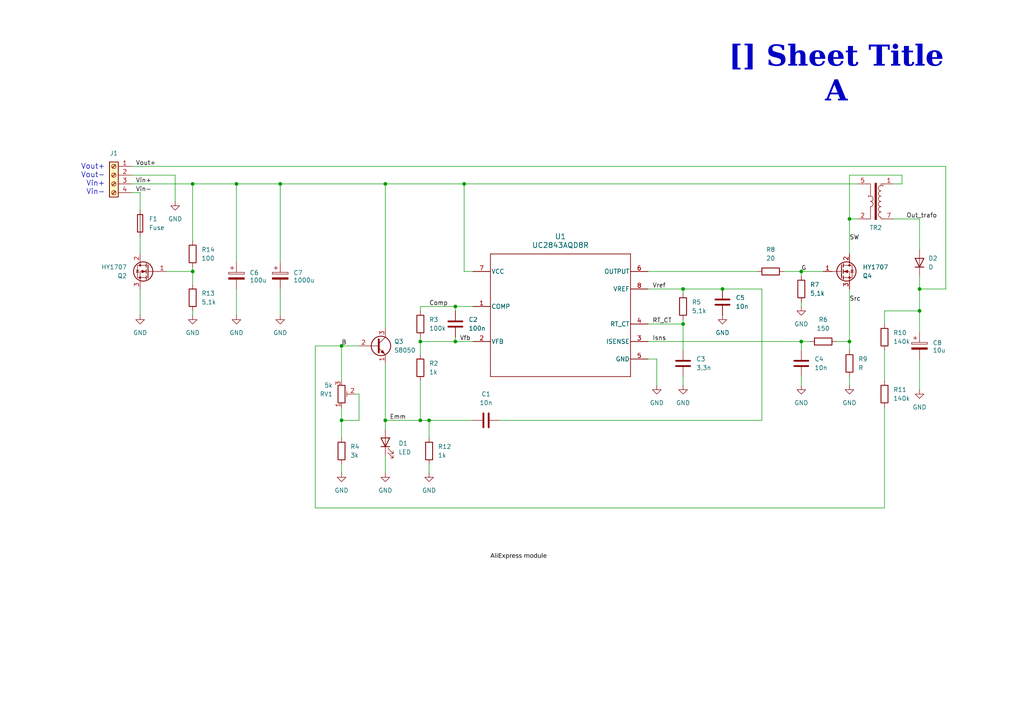
<source format=kicad_sch>
(kicad_sch (version 20250114) (generator "eeschema") (generator_version "9.0")
  (paper "A4")
  (title_block (title "Sheet Title A") (date "2025-01-12") (rev "${REVISION}") (company "${COMPANY}"))
  (lib_symbols
    (symbol "2025-12-06_19-11-20:UC2843AQD8R" (pin_names (offset 0.254))
      (property "Reference" "U" (at 0 2.54 0))
      (property "Value" "UC2843AQD8R" (at 0 0 0))
      (symbol "UC2843AQD8R_0_1"
        (polyline (pts (xy -20.32 17.78) (xy -20.32 -17.78)) (stroke (width 0.2032)))
        (polyline (pts (xy -20.32 -17.78) (xy 20.32 -17.78)) (stroke (width 0.2032)))
        (polyline (pts (xy 20.32 17.78) (xy -20.32 17.78)) (stroke (width 0.2032)))
        (polyline (pts (xy 20.32 -17.78) (xy 20.32 17.78)) (stroke (width 0.2032)))
        (pin power_in line (at -25.4 12.7 0) (length 5.08) (name "VCC") (number "7"))
        (pin output line (at -25.4 2.54 0) (length 5.08) (name "COMP") (number "1"))
        (pin input line (at -25.4 -7.62 0) (length 5.08) (name "VFB") (number "2"))
        (pin output line (at 25.4 12.7 180) (length 5.08) (name "OUTPUT") (number "6"))
        (pin power_in line (at 25.4 7.62 180) (length 5.08) (name "VREF") (number "8"))
        (pin input line (at 25.4 -2.54 180) (length 5.08) (name "RT_CT") (number "4"))
        (pin input line (at 25.4 -7.62 180) (length 5.08) (name "ISENSE") (number "3"))
        (pin power_in line (at 25.4 -12.7 180) (length 5.08) (name "GND") (number "5"))
      )
    )
    (symbol "Connector:Screw_Terminal_01x04" (pin_names (offset 1.016) (hide yes))
      (property "Reference" "J" (at 0 5.08 0))
      (property "Value" "Screw_Terminal_01x04" (at 0 -7.62 0))
      (symbol "Screw_Terminal_01x04_1_1"
        (rectangle (start -1.27 3.81) (end 1.27 -6.35) (stroke (width 0.254)) (fill (type background)))
        (polyline (pts (xy -0.5334 2.8702) (xy 0.3302 2.032)) (stroke (width 0.1524)))
        (polyline (pts (xy -0.5334 0.3302) (xy 0.3302 -0.508)) (stroke (width 0.1524)))
        (polyline (pts (xy -0.5334 -2.2098) (xy 0.3302 -3.048)) (stroke (width 0.1524)))
        (polyline (pts (xy -0.5334 -4.7498) (xy 0.3302 -5.588)) (stroke (width 0.1524)))
        (polyline (pts (xy -0.3556 3.048) (xy 0.508 2.2098)) (stroke (width 0.1524)))
        (polyline (pts (xy -0.3556 0.508) (xy 0.508 -0.3302)) (stroke (width 0.1524)))
        (polyline (pts (xy -0.3556 -2.032) (xy 0.508 -2.8702)) (stroke (width 0.1524)))
        (polyline (pts (xy -0.3556 -4.572) (xy 0.508 -5.4102)) (stroke (width 0.1524)))
        (circle (center 0 2.54) (radius 0.635) (stroke (width 0.1524)))
        (circle (center 0 0) (radius 0.635) (stroke (width 0.1524)))
        (circle (center 0 -2.54) (radius 0.635) (stroke (width 0.1524)))
        (circle (center 0 -5.08) (radius 0.635) (stroke (width 0.1524)))
        (pin passive line (at -5.08 2.54 0) (length 3.81) (name "Pin_1") (number "1"))
        (pin passive line (at -5.08 0 0) (length 3.81) (name "Pin_2") (number "2"))
        (pin passive line (at -5.08 -2.54 0) (length 3.81) (name "Pin_3") (number "3"))
        (pin passive line (at -5.08 -5.08 0) (length 3.81) (name "Pin_4") (number "4"))
      )
    )
    (symbol "Device:C" (pin_numbers (hide yes)) (pin_names (offset 0.254))
      (property "Reference" "C" (at 0.635 2.54 0))
      (property "Value" "C" (at 0.635 -2.54 0))
      (symbol "C_0_1"
        (polyline (pts (xy -2.032 0.762) (xy 2.032 0.762)) (stroke (width 0.508)))
        (polyline (pts (xy -2.032 -0.762) (xy 2.032 -0.762)) (stroke (width 0.508)))
      )
      (symbol "C_1_1"
        (pin passive line (at 0 3.81 270) (length 2.794) (name "~") (number "1"))
        (pin passive line (at 0 -3.81 90) (length 2.794) (name "~") (number "2"))
      )
    )
    (symbol "Device:C_Polarized" (pin_numbers (hide yes)) (pin_names (offset 0.254))
      (property "Reference" "C" (at 0.635 2.54 0))
      (property "Value" "C_Polarized" (at 0.635 -2.54 0))
      (symbol "C_Polarized_0_1"
        (rectangle (start -2.286 0.508) (end 2.286 1.016))
        (polyline (pts (xy -1.778 2.286) (xy -0.762 2.286)))
        (polyline (pts (xy -1.27 2.794) (xy -1.27 1.778)))
        (rectangle (start 2.286 -0.508) (end -2.286 -1.016) (fill (type outline)))
      )
      (symbol "C_Polarized_1_1"
        (pin passive line (at 0 3.81 270) (length 2.794) (name "~") (number "1"))
        (pin passive line (at 0 -3.81 90) (length 2.794) (name "~") (number "2"))
      )
    )
    (symbol "Device:D" (pin_numbers (hide yes)) (pin_names (offset 1.016) (hide yes))
      (property "Reference" "D" (at 0 2.54 0))
      (property "Value" "D" (at 0 -2.54 0))
      (symbol "D_0_1"
        (polyline (pts (xy -1.27 1.27) (xy -1.27 -1.27)) (stroke (width 0.254)))
        (polyline (pts (xy 1.27 1.27) (xy 1.27 -1.27) (xy -1.27 0) (xy 1.27 1.27)) (stroke (width 0.254)))
        (polyline (pts (xy 1.27 0) (xy -1.27 0)))
      )
      (symbol "D_1_1"
        (pin passive line (at -3.81 0 0) (length 2.54) (name "K") (number "1"))
        (pin passive line (at 3.81 0 180) (length 2.54) (name "A") (number "2"))
      )
    )
    (symbol "Device:Fuse" (pin_numbers (hide yes)) (pin_names (offset 0))
      (property "Reference" "F" (at 2.032 0 90))
      (property "Value" "Fuse" (at -1.905 0 90))
      (symbol "Fuse_0_1"
        (rectangle (start -0.762 -2.54) (end 0.762 2.54) (stroke (width 0.254)))
        (polyline (pts (xy 0 2.54) (xy 0 -2.54)))
      )
      (symbol "Fuse_1_1"
        (pin passive line (at 0 3.81 270) (length 1.27) (name "~") (number "1"))
        (pin passive line (at 0 -3.81 90) (length 1.27) (name "~") (number "2"))
      )
    )
    (symbol "Device:LED" (pin_numbers (hide yes)) (pin_names (offset 1.016) (hide yes))
      (property "Reference" "D" (at 0 2.54 0))
      (property "Value" "LED" (at 0 -2.54 0))
      (symbol "LED_0_1"
        (polyline (pts (xy -3.048 -0.762) (xy -4.572 -2.286) (xy -3.81 -2.286) (xy -4.572 -2.286) (xy -4.572 -1.524)))
        (polyline (pts (xy -1.778 -0.762) (xy -3.302 -2.286) (xy -2.54 -2.286) (xy -3.302 -2.286) (xy -3.302 -1.524)))
        (polyline (pts (xy -1.27 0) (xy 1.27 0)))
        (polyline (pts (xy -1.27 -1.27) (xy -1.27 1.27)) (stroke (width 0.254)))
        (polyline (pts (xy 1.27 -1.27) (xy 1.27 1.27) (xy -1.27 0) (xy 1.27 -1.27)) (stroke (width 0.254)))
      )
      (symbol "LED_1_1"
        (pin passive line (at -3.81 0 0) (length 2.54) (name "K") (number "1"))
        (pin passive line (at 3.81 0 180) (length 2.54) (name "A") (number "2"))
      )
    )
    (symbol "Device:R" (pin_numbers (hide yes)) (pin_names (offset 0))
      (property "Reference" "R" (at 2.032 0 90))
      (property "Value" "R" (at 0 0 90))
      (symbol "R_0_1"
        (rectangle (start -1.016 -2.54) (end 1.016 2.54) (stroke (width 0.254)))
      )
      (symbol "R_1_1"
        (pin passive line (at 0 3.81 270) (length 1.27) (name "~") (number "1"))
        (pin passive line (at 0 -3.81 90) (length 1.27) (name "~") (number "2"))
      )
    )
    (symbol "Device:R_Potentiometer_Trim" (pin_names (offset 1.016) (hide yes))
      (property "Reference" "RV" (at -4.445 0 90))
      (property "Value" "R_Potentiometer_Trim" (at -2.54 0 90))
      (symbol "R_Potentiometer_Trim_0_1"
        (rectangle (start 1.016 2.54) (end -1.016 -2.54) (stroke (width 0.254)))
        (polyline (pts (xy 1.524 0.762) (xy 1.524 -0.762)))
        (polyline (pts (xy 2.54 0) (xy 1.524 0)))
      )
      (symbol "R_Potentiometer_Trim_1_1"
        (pin passive line (at 0 3.81 270) (length 1.27) (name "1") (number "1"))
        (pin passive line (at 0 -3.81 90) (length 1.27) (name "3") (number "3"))
        (pin passive line (at 3.81 0 180) (length 1.27) (name "2") (number "2"))
      )
    )
    (symbol "Transistor_BJT:S8050" (pin_names (offset 0) (hide yes))
      (property "Reference" "Q" (at 5.08 1.905 0))
      (property "Value" "S8050" (at 5.08 0 0))
      (symbol "S8050_0_1"
        (polyline (pts (xy -2.54 0) (xy 0.635 0)))
        (polyline (pts (xy 0.635 1.905) (xy 0.635 -1.905)) (stroke (width 0.508)))
        (circle (center 1.27 0) (radius 2.8194) (stroke (width 0.254)))
      )
      (symbol "S8050_1_1"
        (polyline (pts (xy 0.635 0.635) (xy 2.54 2.54)))
        (polyline (pts (xy 0.635 -0.635) (xy 2.54 -2.54)))
        (polyline (pts (xy 1.27 -1.778) (xy 1.778 -1.27) (xy 2.286 -2.286) (xy 1.27 -1.778)) (fill (type outline)))
        (pin input line (at -5.08 0 0) (length 2.54) (name "B") (number "2"))
        (pin passive line (at 2.54 5.08 270) (length 2.54) (name "C") (number "3"))
        (pin passive line (at 2.54 -5.08 90) (length 2.54) (name "E") (number "1"))
      )
    )
    (symbol "Transistor_FET:Q_NMOS_GDS" (pin_names (offset 0) (hide yes))
      (property "Reference" "Q" (at 5.08 1.905 0))
      (property "Value" "Q_NMOS_GDS" (at 5.08 0 0))
      (symbol "Q_NMOS_GDS_0_1"
        (polyline (pts (xy 0.254 1.905) (xy 0.254 -1.905)) (stroke (width 0.254)))
        (polyline (pts (xy 0.254 0) (xy -2.54 0)))
        (polyline (pts (xy 0.762 2.286) (xy 0.762 1.27)) (stroke (width 0.254)))
        (polyline (pts (xy 0.762 0.508) (xy 0.762 -0.508)) (stroke (width 0.254)))
        (polyline (pts (xy 0.762 -1.27) (xy 0.762 -2.286)) (stroke (width 0.254)))
        (polyline (pts (xy 0.762 -1.778) (xy 3.302 -1.778) (xy 3.302 1.778) (xy 0.762 1.778)))
        (polyline (pts (xy 1.016 0) (xy 2.032 0.381) (xy 2.032 -0.381) (xy 1.016 0)) (fill (type outline)))
        (circle (center 1.651 0) (radius 2.794) (stroke (width 0.254)))
        (polyline (pts (xy 2.54 2.54) (xy 2.54 1.778)))
        (circle (center 2.54 1.778) (radius 0.254) (fill (type outline)))
        (circle (center 2.54 -1.778) (radius 0.254) (fill (type outline)))
        (polyline (pts (xy 2.54 -2.54) (xy 2.54 0) (xy 0.762 0)))
        (polyline (pts (xy 2.921 0.381) (xy 3.683 0.381)))
        (polyline (pts (xy 3.302 0.381) (xy 2.921 -0.254) (xy 3.683 -0.254) (xy 3.302 0.381)))
      )
      (symbol "Q_NMOS_GDS_1_1"
        (pin input line (at -5.08 0 0) (length 2.54) (name "G") (number "1"))
        (pin passive line (at 2.54 5.08 270) (length 2.54) (name "D") (number "2"))
        (pin passive line (at 2.54 -5.08 90) (length 2.54) (name "S") (number "3"))
      )
    )
    (symbol "personal:TR_12to450V_alixp"
      (property "Reference" "TR" (at 0 8.382 0))
      (symbol "TR_12to450V_alixp_0_1"
        (polyline (pts (xy -2.54 -5.08) (xy -1.524 -5.08) (xy -1.524 -1.524)) (stroke (width 0.1524)))
        (circle (center -2.032 1.524) (radius 0.127))
        (polyline (pts (xy -1.524 1.524) (xy -1.524 5.08) (xy -2.54 5.08)) (stroke (width 0.1524)))
        (rectangle (start 0.254 5.334) (end -0.254 -5.334) (stroke (width 0.0254)) (fill (type outline)))
        (polyline (pts (xy 1.524 4.572) (xy 1.524 5.08) (xy 2.54 5.08)))
        (polyline (pts (xy 1.524 -4.572) (xy 1.524 -5.08) (xy 2.54 -5.08)))
        (circle (center 2.032 4.572) (radius 0.127))
      )
      (symbol "TR_12to450V_alixp_1_1"
        (arc (start -1.524 1.524) (mid -0.7653 0.762) (end -1.524 0) (stroke (width 0.1524)))
        (arc (start -1.524 0) (mid -0.7653 -0.762) (end -1.524 -1.524) (stroke (width 0.1524)))
        (arc (start 1.524 3.048) (mid 0.7653 3.81) (end 1.524 4.572) (stroke (width 0.1524)))
        (arc (start 1.524 1.524) (mid 0.7653 2.286) (end 1.524 3.048) (stroke (width 0.1524)))
        (arc (start 1.524 0) (mid 0.7653 0.762) (end 1.524 1.524) (stroke (width 0.1524)))
        (arc (start 1.524 -1.524) (mid 0.7653 -0.762) (end 1.524 0) (stroke (width 0.1524)))
        (arc (start 1.524 -3.048) (mid 0.7653 -2.286) (end 1.524 -1.524) (stroke (width 0.1524)))
        (arc (start 1.524 -4.572) (mid 0.7653 -3.81) (end 1.524 -3.048) (stroke (width 0.1524)))
        (pin passive line (at -5.08 5.08 0) (length 2.54) (name "~") (number "5"))
        (pin passive line (at -5.08 -5.08 0) (length 2.54) (name "~") (number "2"))
        (pin passive line (at 5.08 5.08 180) (length 2.54) (name "~") (number "1"))
        (pin passive line (at 5.08 -5.08 180) (length 2.54) (name "~") (number "7"))
      )
    )
    (symbol "power:GND" (power) (pin_numbers (hide yes)) (pin_names (offset 0) (hide yes))
      (property "Value" "GND" (at 0 -3.81 0))
      (symbol "GND_0_1"
        (polyline (pts (xy 0 0) (xy 0 -1.27) (xy 1.27 -1.27) (xy 0 -2.54) (xy -1.27 -1.27) (xy 0 -1.27)))
      )
      (symbol "GND_1_1"
        (pin power_in line (at 0 0 270) (length 0) (name "~") (number "1"))
      )
    )
  )
  (text "Vout+\nVout-\nVin+\nVin-" (at 30.48 52.07 0) (effects (font (size 1.524 1.524)) (justify right)))
  (text "AliExpress module" (at 142.24 162.56 0) (effects (font (size 1.27 1.27)) (justify left bottom)))
  (text_box "[${#}] ${TITLE}" (at 203.2 15.24 0) (size 78.74 12.7) (margins 4.4999 4.4999 4.4999 4.4999) (stroke (width -0.0001)) (effects (font (size 6 6) (thickness 1.2) (bold yes))))
  (junction (at 55.88 53.34))
  (junction (at 209.55 83.82))
  (junction (at 55.88 78.74))
  (junction (at 99.06 121.92))
  (junction (at 99.06 100.33))
  (junction (at 111.76 53.34))
  (junction (at 134.62 53.34))
  (junction (at 132.08 88.9))
  (junction (at 81.28 53.34))
  (junction (at 232.41 99.06))
  (junction (at 124.46 121.92))
  (junction (at 132.08 99.06))
  (junction (at 266.7 90.17))
  (junction (at 68.58 53.34))
  (junction (at 121.92 121.92))
  (junction (at 246.38 99.06))
  (junction (at 266.7 83.82))
  (junction (at 198.12 93.98))
  (junction (at 111.76 121.92))
  (junction (at 198.12 83.82))
  (junction (at 232.41 78.74))
  (junction (at 246.38 63.5))
  (junction (at 121.92 99.06))
  (wire (pts (xy 256.54 93.98) (xy 256.54 90.17)))
  (wire (pts (xy 132.08 88.9) (xy 132.08 90.17)))
  (wire (pts (xy 248.92 63.5) (xy 246.38 63.5)))
  (wire (pts (xy 99.06 134.62) (xy 99.06 137.16)))
  (wire (pts (xy 91.44 100.33) (xy 99.06 100.33)))
  (wire (pts (xy 246.38 50.8) (xy 261.62 50.8)))
  (wire (pts (xy 234.95 99.06) (xy 232.41 99.06)))
  (wire (pts (xy 259.08 63.5) (xy 266.7 63.5)))
  (wire (pts (xy 134.62 53.34) (xy 248.92 53.34)))
  (wire (pts (xy 68.58 53.34) (xy 68.58 76.2)))
  (wire (pts (xy 232.41 99.06) (xy 232.41 101.6)))
  (wire (pts (xy 198.12 111.76) (xy 198.12 109.22)))
  (wire (pts (xy 132.08 99.06) (xy 132.08 97.79)))
  (wire (pts (xy 134.62 53.34) (xy 134.62 78.74)))
  (wire (pts (xy 55.88 53.34) (xy 68.58 53.34)))
  (wire (pts (xy 266.7 90.17) (xy 266.7 96.52)))
  (wire (pts (xy 91.44 147.32) (xy 256.54 147.32)))
  (wire (pts (xy 198.12 83.82) (xy 209.55 83.82)))
  (wire (pts (xy 232.41 80.01) (xy 232.41 78.74)))
  (wire (pts (xy 111.76 121.92) (xy 121.92 121.92)))
  (wire (pts (xy 190.5 104.14) (xy 190.5 111.76)))
  (wire (pts (xy 99.06 100.33) (xy 99.06 110.49)))
  (wire (pts (xy 256.54 90.17) (xy 266.7 90.17)))
  (wire (pts (xy 55.88 53.34) (xy 55.88 69.85)))
  (wire (pts (xy 99.06 100.33) (xy 104.14 100.33)))
  (wire (pts (xy 104.14 114.3) (xy 104.14 121.92)))
  (wire (pts (xy 246.38 109.22) (xy 246.38 111.76)))
  (wire (pts (xy 259.08 53.34) (xy 261.62 53.34)))
  (wire (pts (xy 187.96 78.74) (xy 219.71 78.74)))
  (wire (pts (xy 256.54 110.49) (xy 256.54 101.6)))
  (wire (pts (xy 246.38 99.06) (xy 246.38 101.6)))
  (wire (pts (xy 121.92 90.17) (xy 121.92 88.9)))
  (wire (pts (xy 48.26 78.74) (xy 55.88 78.74)))
  (wire (pts (xy 187.96 99.06) (xy 232.41 99.06)))
  (wire (pts (xy 50.8 50.8) (xy 38.1 50.8)))
  (wire (pts (xy 40.64 83.82) (xy 40.64 91.44)))
  (wire (pts (xy 50.8 58.42) (xy 50.8 50.8)))
  (wire (pts (xy 40.64 55.88) (xy 40.64 60.96)))
  (wire (pts (xy 121.92 110.49) (xy 121.92 121.92)))
  (wire (pts (xy 68.58 83.82) (xy 68.58 91.44)))
  (wire (pts (xy 232.41 109.22) (xy 232.41 111.76)))
  (wire (pts (xy 256.54 147.32) (xy 256.54 118.11)))
  (wire (pts (xy 144.78 121.92) (xy 220.98 121.92)))
  (wire (pts (xy 187.96 83.82) (xy 198.12 83.82)))
  (wire (pts (xy 121.92 99.06) (xy 132.08 99.06)))
  (wire (pts (xy 242.57 99.06) (xy 246.38 99.06)))
  (wire (pts (xy 227.33 78.74) (xy 232.41 78.74)))
  (wire (pts (xy 124.46 121.92) (xy 124.46 127)))
  (wire (pts (xy 99.06 121.92) (xy 99.06 127)))
  (wire (pts (xy 111.76 121.92) (xy 111.76 124.46)))
  (wire (pts (xy 198.12 93.98) (xy 187.96 93.98)))
  (wire (pts (xy 38.1 55.88) (xy 40.64 55.88)))
  (wire (pts (xy 68.58 53.34) (xy 81.28 53.34)))
  (wire (pts (xy 187.96 104.14) (xy 190.5 104.14)))
  (wire (pts (xy 81.28 53.34) (xy 111.76 53.34)))
  (wire (pts (xy 134.62 78.74) (xy 137.16 78.74)))
  (wire (pts (xy 104.14 121.92) (xy 99.06 121.92)))
  (wire (pts (xy 99.06 118.11) (xy 99.06 121.92)))
  (wire (pts (xy 137.16 88.9) (xy 132.08 88.9)))
  (wire (pts (xy 111.76 132.08) (xy 111.76 137.16)))
  (wire (pts (xy 274.32 48.26) (xy 274.32 83.82)))
  (wire (pts (xy 220.98 83.82) (xy 220.98 121.92)))
  (wire (pts (xy 198.12 85.09) (xy 198.12 83.82)))
  (wire (pts (xy 111.76 53.34) (xy 134.62 53.34)))
  (wire (pts (xy 55.88 77.47) (xy 55.88 78.74)))
  (wire (pts (xy 55.88 90.17) (xy 55.88 91.44)))
  (wire (pts (xy 274.32 83.82) (xy 266.7 83.82)))
  (wire (pts (xy 81.28 53.34) (xy 81.28 76.2)))
  (wire (pts (xy 121.92 97.79) (xy 121.92 99.06)))
  (wire (pts (xy 121.92 99.06) (xy 121.92 102.87)))
  (wire (pts (xy 246.38 63.5) (xy 246.38 73.66)))
  (wire (pts (xy 121.92 121.92) (xy 124.46 121.92)))
  (wire (pts (xy 38.1 48.26) (xy 274.32 48.26)))
  (wire (pts (xy 38.1 53.34) (xy 55.88 53.34)))
  (wire (pts (xy 209.55 83.82) (xy 220.98 83.82)))
  (wire (pts (xy 55.88 78.74) (xy 55.88 82.55)))
  (wire (pts (xy 111.76 105.41) (xy 111.76 121.92)))
  (wire (pts (xy 198.12 92.71) (xy 198.12 93.98)))
  (wire (pts (xy 81.28 83.82) (xy 81.28 91.44)))
  (wire (pts (xy 266.7 80.01) (xy 266.7 83.82)))
  (wire (pts (xy 246.38 63.5) (xy 246.38 50.8)))
  (wire (pts (xy 137.16 99.06) (xy 132.08 99.06)))
  (wire (pts (xy 124.46 134.62) (xy 124.46 137.16)))
  (wire (pts (xy 261.62 50.8) (xy 261.62 53.34)))
  (wire (pts (xy 266.7 83.82) (xy 266.7 90.17)))
  (wire (pts (xy 91.44 147.32) (xy 91.44 100.33)))
  (wire (pts (xy 111.76 53.34) (xy 111.76 95.25)))
  (wire (pts (xy 232.41 87.63) (xy 232.41 88.9)))
  (wire (pts (xy 266.7 104.14) (xy 266.7 113.03)))
  (wire (pts (xy 124.46 121.92) (xy 137.16 121.92)))
  (wire (pts (xy 246.38 83.82) (xy 246.38 99.06)))
  (wire (pts (xy 198.12 93.98) (xy 198.12 101.6)))
  (wire (pts (xy 121.92 88.9) (xy 132.08 88.9)))
  (wire (pts (xy 238.76 78.74) (xy 232.41 78.74)))
  (wire (pts (xy 40.64 68.58) (xy 40.64 73.66)))
  (wire (pts (xy 266.7 63.5) (xy 266.7 72.39)))
  (wire (pts (xy 102.87 114.3) (xy 104.14 114.3)))
  (label "Vin+" (at 39.37 53.34 0))
  (label "Vref" (at 189.23 83.82 0))
  (label "RT_CT" (at 189.23 93.98 0))
  (label "Comp" (at 124.46 88.9 0))
  (label "Emm" (at 113.03 121.92 0))
  (label "SW" (at 246.38 69.85 0))
  (label "Vin-" (at 39.37 55.88 0))
  (label "Vout+" (at 39.37 48.26 0))
  (label "B" (at 99.06 100.33 0))
  (label "Vfb" (at 133.35 99.06 0))
  (label "Isns" (at 189.23 99.06 0))
  (label "Out_trafo" (at 262.89 63.5 0))
  (label "G" (at 232.41 78.74 0))
  (label "Src" (at 246.38 87.63 0))
  (symbol (lib_id "power:GND") (at 50.8 58.42 0) (unit 1)
    (property "Reference" "#PWR01" (effects (hide yes)))
    (property "Value" "GND" (at 50.8 63.5 0))
    (property "Description" "Power symbol creates a global label with name \"GND\" , ground" (effects (hide yes)))
  )
  (symbol (lib_id "personal:TR_12to450V_alixp") (at 254 58.42 0) (unit 1)
    (property "Reference" "TR2" (at 254 66.04 0))
    (property "Footprint" "Personal:Tr12to450V_Alixp" (effects (hide yes)))
  )
  (symbol (lib_id "Device:C_Polarized") (at 81.28 80.01 0) (unit 1)
    (property "Reference" "C7" (at 85.09 79.1209 0) (effects (justify left)))
    (property "Value" "1000u" (at 85.09 81.28 0) (effects (justify left)))
    (property "Footprint" "Capacitor_THT:CP_Radial_D10.0mm_P5.00mm" (effects (hide yes)))
    (property "Description" "Polarized capacitor" (effects (hide yes)))
  )
  (symbol (lib_id "power:GND") (at 232.41 111.76 0) (unit 1)
    (property "Reference" "#PWR023" (effects (hide yes)))
    (property "Value" "GND" (at 232.41 116.84 0))
    (property "Description" "Power symbol creates a global label with name \"GND\" , ground" (effects (hide yes)))
  )
  (symbol (lib_id "power:GND") (at 246.38 111.76 0) (unit 1)
    (property "Reference" "#PWR024" (effects (hide yes)))
    (property "Value" "GND" (at 246.38 116.84 0))
    (property "Description" "Power symbol creates a global label with name \"GND\" , ground" (effects (hide yes)))
  )
  (symbol (lib_id "Device:R") (at 232.41 83.82 0) (unit 1)
    (property "Reference" "R7" (at 234.95 82.5499 0) (effects (justify left)))
    (property "Value" "5,1k" (at 234.95 85.0899 0) (effects (justify left)))
    (property "Footprint" "Resistor_THT:R_Axial_DIN0207_L6.3mm_D2.5mm_P7.62mm_Horizontal" (effects (hide yes)))
    (property "Description" "Resistor" (effects (hide yes)))
  )
  (symbol (lib_id "Device:C") (at 132.08 93.98 0) (unit 1)
    (property "Reference" "C2" (at 135.89 92.7099 0) (effects (justify left)))
    (property "Value" "100n" (at 135.89 95.2499 0) (effects (justify left)))
    (property "Footprint" "Capacitor_THT:C_Disc_D4.3mm_W1.9mm_P5.00mm" (effects (hide yes)))
    (property "Description" "Unpolarized capacitor" (effects (hide yes)))
  )
  (symbol (lib_id "Transistor_BJT:S8050") (at 109.22 100.33 0) (unit 1)
    (property "Reference" "Q3" (at 114.3 99.0599 0) (effects (justify left)))
    (property "Value" "S8050" (at 114.3 101.5999 0) (effects (justify left)))
    (property "Footprint" "Package_TO_SOT_THT:TO-92_Inline_Wide" (effects (hide yes)))
    (property "Datasheet" "http://www.unisonic.com.tw/datasheet/S8050.pdf" (effects (hide yes)))
    (property "Description" "0.7A Ic, 20V Vce, Low Voltage High Current NPN Transistor, TO-92" (effects (hide yes)))
  )
  (symbol (lib_id "Device:R") (at 256.54 97.79 180) (unit 1)
    (property "Reference" "R10" (at 259.08 96.5199 0) (effects (justify right)))
    (property "Value" "140k" (at 259.08 99.0599 0) (effects (justify right)))
    (property "Footprint" "Resistor_THT:R_Axial_DIN0309_L9.0mm_D3.2mm_P12.70mm_Horizontal" (effects (hide yes)))
    (property "Description" "Resistor" (effects (hide yes)))
  )
  (symbol (lib_id "Device:LED") (at 111.76 128.27 90) (unit 1)
    (property "Reference" "D1" (at 115.57 128.5874 90) (effects (justify right)))
    (property "Value" "LED" (at 115.57 131.1274 90) (effects (justify right)))
    (property "Footprint" "LED_THT:LED_D3.0mm" (effects (hide yes)))
    (property "Description" "Light emitting diode" (effects (hide yes)))
    (property "Sim.Pins" "1=K 2=A" (effects (hide yes)))
  )
  (symbol (lib_id "Transistor_FET:Q_NMOS_GDS") (at 43.18 78.74 0) (mirror y) (unit 1)
    (property "Reference" "Q2" (at 36.83 80.0101 0) (effects (justify left)))
    (property "Value" "HY1707" (at 36.83 77.4701 0) (effects (justify left)))
    (property "Footprint" "Package_TO_SOT_THT:TO-220F-3_Vertical" (effects (hide yes)))
    (property "Description" "N-MOSFET transistor, gate/drain/source" (effects (hide yes)))
  )
  (symbol (lib_id "2025-12-06_19-11-20:UC2843AQD8R") (at 162.56 91.44 0) (unit 1)
    (property "Reference" "U1" (at 162.56 68.58 0) (effects (font (size 1.524 1.524))))
    (property "Value" "UC2843AQD8R" (at 162.56 71.12 0) (effects (font (size 1.524 1.524))))
    (property "Footprint" "Package_DIP:DIP-8_W7.62mm" (effects (hide yes)))
    (property "Datasheet" "https://www.ti.com/lit/gpn/uc2843aq" (effects (hide yes)))
  )
  (symbol (lib_id "Device:R") (at 198.12 88.9 180) (unit 1)
    (property "Reference" "R5" (at 200.66 87.6299 0) (effects (justify right)))
    (property "Value" "5,1k" (at 200.66 90.1699 0) (effects (justify right)))
    (property "Footprint" "Resistor_THT:R_Axial_DIN0207_L6.3mm_D2.5mm_P7.62mm_Horizontal" (effects (hide yes)))
    (property "Description" "Resistor" (effects (hide yes)))
  )
  (symbol (lib_id "Transistor_FET:Q_NMOS_GDS") (at 243.84 78.74 0) (unit 1)
    (property "Reference" "Q4" (at 250.19 80.0101 0) (effects (justify left)))
    (property "Value" "HY1707" (at 250.19 77.4701 0) (effects (justify left)))
    (property "Footprint" "Package_TO_SOT_THT:TO-220F-3_Vertical" (effects (hide yes)))
    (property "Description" "N-MOSFET transistor, gate/drain/source" (effects (hide yes)))
  )
  (symbol (lib_id "Device:R") (at 256.54 114.3 180) (unit 1)
    (property "Reference" "R11" (at 259.08 113.0299 0) (effects (justify right)))
    (property "Value" "140k" (at 259.08 115.5699 0) (effects (justify right)))
    (property "Footprint" "Resistor_THT:R_Axial_DIN0309_L9.0mm_D3.2mm_P12.70mm_Horizontal" (effects (hide yes)))
    (property "Description" "Resistor" (effects (hide yes)))
  )
  (symbol (lib_id "Device:C") (at 140.97 121.92 90) (unit 1)
    (property "Reference" "C1" (at 140.97 114.3 90))
    (property "Value" "10n" (at 140.97 116.84 90))
    (property "Footprint" "Capacitor_THT:C_Rect_L7.0mm_W2.0mm_P5.00mm" (effects (hide yes)))
    (property "Description" "Unpolarized capacitor" (effects (hide yes)))
  )
  (symbol (lib_id "power:GND") (at 99.06 137.16 0) (unit 1)
    (property "Reference" "#PWR026" (effects (hide yes)))
    (property "Value" "GND" (at 99.06 142.24 0))
    (property "Description" "Power symbol creates a global label with name \"GND\" , ground" (effects (hide yes)))
  )
  (symbol (lib_id "Connector:Screw_Terminal_01x04") (at 33.02 50.8 0) (mirror y) (unit 1)
    (property "Reference" "J1" (at 33.02 44.45 0))
    (property "Value" "Screw_Terminal_01x04" (effects (hide yes)))
    (property "Footprint" "TerminalBlock:TerminalBlock_MaiXu_MX126-5.0-04P_1x04_P5.00mm" (effects (hide yes)))
    (property "Description" "Generic screw terminal, single row, 01x04, script generated (kicad-library-utils/schlib/autogen/connector/)" (effects (hide yes)))
  )
  (symbol (lib_id "Device:C") (at 232.41 105.41 0) (unit 1)
    (property "Reference" "C4" (at 236.22 104.1399 0) (effects (justify left)))
    (property "Value" "10n" (at 236.22 106.6799 0) (effects (justify left)))
    (property "Footprint" "Capacitor_THT:C_Rect_L7.0mm_W2.0mm_P5.00mm" (effects (hide yes)))
    (property "Description" "Unpolarized capacitor" (effects (hide yes)))
  )
  (symbol (lib_id "Device:R") (at 124.46 130.81 0) (unit 1)
    (property "Reference" "R12" (at 127 129.5399 0) (effects (justify left)))
    (property "Value" "1k" (at 127 132.0799 0) (effects (justify left)))
    (property "Footprint" "Resistor_THT:R_Axial_DIN0207_L6.3mm_D2.5mm_P7.62mm_Horizontal" (effects (hide yes)))
    (property "Description" "Resistor" (effects (hide yes)))
  )
  (symbol (lib_id "power:GND") (at 111.76 137.16 0) (unit 1)
    (property "Reference" "#PWR027" (effects (hide yes)))
    (property "Value" "GND" (at 111.76 142.24 0))
    (property "Description" "Power symbol creates a global label with name \"GND\" , ground" (effects (hide yes)))
  )
  (symbol (lib_id "Device:C_Polarized") (at 266.7 100.33 0) (unit 1)
    (property "Reference" "C8" (at 270.51 99.4409 0) (effects (justify left)))
    (property "Value" "10u" (at 270.51 101.6 0) (effects (justify left)))
    (property "Footprint" "Capacitor_THT:CP_Radial_D10.0mm_P5.00mm" (effects (hide yes)))
    (property "Description" "Polarized capacitor" (effects (hide yes)))
  )
  (symbol (lib_id "Device:R") (at 223.52 78.74 90) (unit 1)
    (property "Reference" "R8" (at 223.52 72.39 90))
    (property "Value" "20" (at 223.52 74.93 90))
    (property "Footprint" "Resistor_THT:R_Axial_DIN0207_L6.3mm_D2.5mm_P7.62mm_Horizontal" (effects (hide yes)))
    (property "Description" "Resistor" (effects (hide yes)))
  )
  (symbol (lib_id "power:GND") (at 81.28 91.44 0) (unit 1)
    (property "Reference" "#PWR020" (effects (hide yes)))
    (property "Value" "GND" (at 81.28 96.52 0))
    (property "Description" "Power symbol creates a global label with name \"GND\" , ground" (effects (hide yes)))
  )
  (symbol (lib_id "Device:Fuse") (at 40.64 64.77 0) (unit 1)
    (property "Reference" "F1" (at 43.18 63.4999 0) (effects (justify left)))
    (property "Value" "Fuse" (at 43.18 66.0399 0) (effects (justify left)))
    (property "Footprint" "Fuse:Fuseholder_Clip-5x20mm_Eaton_1A5601-01_Inline_P20.80x6.76mm_D1.70mm_Horizontal" (effects (hide yes)))
    (property "Description" "Fuse" (effects (hide yes)))
  )
  (symbol (lib_id "Device:R") (at 121.92 106.68 0) (unit 1)
    (property "Reference" "R2" (at 124.46 105.4099 0) (effects (justify left)))
    (property "Value" "1k" (at 124.46 107.9499 0) (effects (justify left)))
    (property "Footprint" "Resistor_THT:R_Axial_DIN0207_L6.3mm_D2.5mm_P7.62mm_Horizontal" (effects (hide yes)))
    (property "Description" "Resistor" (effects (hide yes)))
  )
  (symbol (lib_id "power:GND") (at 40.64 91.44 0) (unit 1)
    (property "Reference" "#PWR017" (effects (hide yes)))
    (property "Value" "GND" (at 40.64 96.52 0))
    (property "Description" "Power symbol creates a global label with name \"GND\" , ground" (effects (hide yes)))
  )
  (symbol (lib_id "Device:R") (at 238.76 99.06 90) (unit 1)
    (property "Reference" "R6" (at 238.76 92.71 90))
    (property "Value" "150" (at 238.76 95.25 90))
    (property "Footprint" "Resistor_THT:R_Axial_DIN0309_L9.0mm_D3.2mm_P12.70mm_Horizontal" (effects (hide yes)))
    (property "Description" "Resistor" (effects (hide yes)))
  )
  (symbol (lib_id "power:GND") (at 190.5 111.76 0) (unit 1)
    (property "Reference" "#PWR021" (effects (hide yes)))
    (property "Value" "GND" (at 190.5 116.84 0))
    (property "Description" "Power symbol creates a global label with name \"GND\" , ground" (effects (hide yes)))
  )
  (symbol (lib_id "Device:C") (at 209.55 87.63 0) (unit 1)
    (property "Reference" "C5" (at 213.36 86.3599 0) (effects (justify left)))
    (property "Value" "10n" (at 213.36 88.8999 0) (effects (justify left)))
    (property "Footprint" "Capacitor_THT:C_Rect_L7.0mm_W2.0mm_P5.00mm" (effects (hide yes)))
    (property "Description" "Unpolarized capacitor" (effects (hide yes)))
  )
  (symbol (lib_id "power:GND") (at 266.7 113.03 0) (unit 1)
    (property "Reference" "#PWR025" (effects (hide yes)))
    (property "Value" "GND" (at 266.7 118.11 0))
    (property "Description" "Power symbol creates a global label with name \"GND\" , ground" (effects (hide yes)))
  )
  (symbol (lib_id "power:GND") (at 232.41 88.9 0) (unit 1)
    (property "Reference" "#PWR02" (effects (hide yes)))
    (property "Value" "GND" (at 232.41 93.98 0))
    (property "Description" "Power symbol creates a global label with name \"GND\" , ground" (effects (hide yes)))
  )
  (symbol (lib_id "power:GND") (at 68.58 91.44 0) (unit 1)
    (property "Reference" "#PWR019" (effects (hide yes)))
    (property "Value" "GND" (at 68.58 96.52 0))
    (property "Description" "Power symbol creates a global label with name \"GND\" , ground" (effects (hide yes)))
  )
  (symbol (lib_id "Device:R") (at 246.38 105.41 0) (unit 1)
    (property "Reference" "R9" (at 248.92 104.1399 0) (effects (justify left)))
    (property "Value" "R" (at 248.92 106.6799 0) (effects (justify left)))
    (property "Footprint" "Resistor_THT:R_Axial_DIN0309_L9.0mm_D3.2mm_P15.24mm_Horizontal" (effects (hide yes)))
    (property "Description" "Resistor" (effects (hide yes)))
  )
  (symbol (lib_id "Device:C_Polarized") (at 68.58 80.01 0) (unit 1)
    (property "Reference" "C6" (at 72.39 79.1209 0) (effects (justify left)))
    (property "Value" "100u" (at 72.39 81.28 0) (effects (justify left)))
    (property "Footprint" "Capacitor_THT:CP_Radial_D8.0mm_P3.50mm" (effects (hide yes)))
    (property "Description" "Polarized capacitor" (effects (hide yes)))
  )
  (symbol (lib_id "Device:R") (at 99.06 130.81 0) (unit 1)
    (property "Reference" "R4" (at 101.6 129.5399 0) (effects (justify left)))
    (property "Value" "3k" (at 101.6 132.0799 0) (effects (justify left)))
    (property "Footprint" "Resistor_THT:R_Axial_DIN0207_L6.3mm_D2.5mm_P7.62mm_Horizontal" (effects (hide yes)))
    (property "Description" "Resistor" (effects (hide yes)))
  )
  (symbol (lib_id "power:GND") (at 209.55 91.44 0) (unit 1)
    (property "Reference" "#PWR016" (effects (hide yes)))
    (property "Value" "GND" (at 209.55 96.52 0))
    (property "Description" "Power symbol creates a global label with name \"GND\" , ground" (effects (hide yes)))
  )
  (symbol (lib_id "Device:R") (at 55.88 86.36 0) (unit 1)
    (property "Reference" "R13" (at 58.42 85.0899 0) (effects (justify left)))
    (property "Value" "5,1k" (at 58.42 87.6299 0) (effects (justify left)))
    (property "Footprint" "Resistor_THT:R_Axial_DIN0207_L6.3mm_D2.5mm_P7.62mm_Horizontal" (effects (hide yes)))
    (property "Description" "Resistor" (effects (hide yes)))
  )
  (symbol (lib_id "power:GND") (at 198.12 111.76 0) (unit 1)
    (property "Reference" "#PWR022" (effects (hide yes)))
    (property "Value" "GND" (at 198.12 116.84 0))
    (property "Description" "Power symbol creates a global label with name \"GND\" , ground" (effects (hide yes)))
  )
  (symbol (lib_id "Device:C") (at 198.12 105.41 0) (unit 1)
    (property "Reference" "C3" (at 201.93 104.1399 0) (effects (justify left)))
    (property "Value" "3,3n" (at 201.93 106.6799 0) (effects (justify left)))
    (property "Footprint" "Capacitor_THT:C_Rect_L7.0mm_W2.0mm_P5.00mm" (effects (hide yes)))
    (property "Description" "Unpolarized capacitor" (effects (hide yes)))
  )
  (symbol (lib_id "Device:R_Potentiometer_Trim") (at 99.06 114.3 0) (mirror x) (unit 1)
    (property "Reference" "RV1" (at 96.52 114.3001 0) (effects (justify right)))
    (property "Value" "5k" (at 96.52 111.76 0) (effects (justify right)))
    (property "Footprint" "Potentiometer_THT:Potentiometer_Bourns_3296W_Vertical" (effects (hide yes)))
    (property "Description" "Trim-potentiometer" (effects (hide yes)))
  )
  (symbol (lib_id "Device:D") (at 266.7 76.2 90) (unit 1)
    (property "Reference" "D2" (at 269.24 74.9299 90) (effects (justify right)))
    (property "Value" "D" (at 269.24 77.4699 90) (effects (justify right)))
    (property "Footprint" "Diode_THT:D_A-405_P10.16mm_Horizontal" (effects (hide yes)))
    (property "Description" "Diode" (effects (hide yes)))
    (property "Sim.Device" "D" (effects (hide yes)))
    (property "Sim.Pins" "1=K 2=A" (effects (hide yes)))
  )
  (symbol (lib_id "power:GND") (at 124.46 137.16 0) (unit 1)
    (property "Reference" "#PWR028" (effects (hide yes)))
    (property "Value" "GND" (at 124.46 142.24 0))
    (property "Description" "Power symbol creates a global label with name \"GND\" , ground" (effects (hide yes)))
  )
  (symbol (lib_id "power:GND") (at 55.88 91.44 0) (unit 1)
    (property "Reference" "#PWR018" (effects (hide yes)))
    (property "Value" "GND" (at 55.88 96.52 0))
    (property "Description" "Power symbol creates a global label with name \"GND\" , ground" (effects (hide yes)))
  )
  (symbol (lib_id "Device:R") (at 121.92 93.98 0) (unit 1)
    (property "Reference" "R3" (at 124.46 92.7099 0) (effects (justify left)))
    (property "Value" "100k" (at 124.46 95.2499 0) (effects (justify left)))
    (property "Footprint" "Resistor_THT:R_Axial_DIN0207_L6.3mm_D2.5mm_P7.62mm_Horizontal" (effects (hide yes)))
    (property "Description" "Resistor" (effects (hide yes)))
  )
  (symbol (lib_id "Device:R") (at 55.88 73.66 180) (unit 1)
    (property "Reference" "R14" (at 58.42 72.3899 0) (effects (justify right)))
    (property "Value" "100" (at 58.42 74.9299 0) (effects (justify right)))
    (property "Footprint" "Resistor_THT:R_Axial_DIN0207_L6.3mm_D2.5mm_P7.62mm_Horizontal" (effects (hide yes)))
    (property "Description" "Resistor" (effects (hide yes)))
  )
)
</source>
